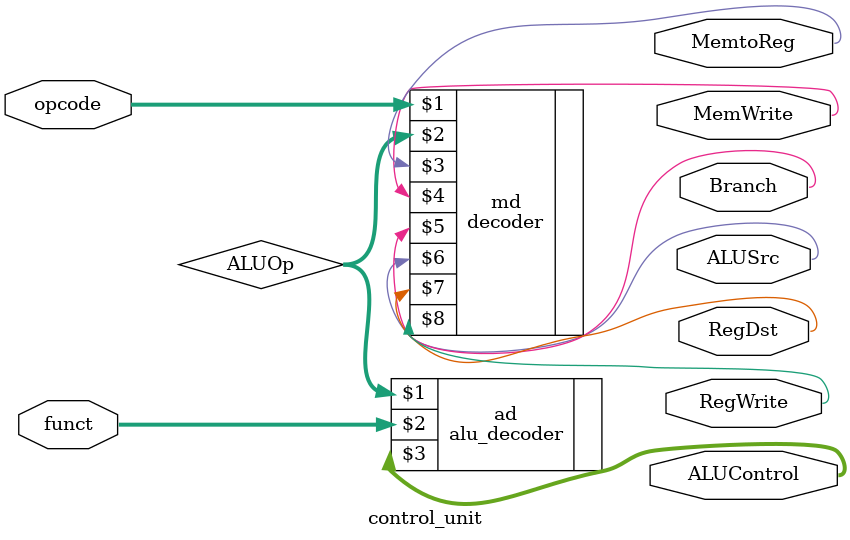
<source format=v>
module control_unit(
	input [5:0] opcode, funct,
	output MemtoReg, MemWrite, Branch, ALUSrc, RegDst, RegWrite,
 	output [2:0] ALUControl
);

	wire [1:0] ALUOp;

	decoder md(opcode, ALUOp, MemtoReg, MemWrite, Branch, ALUSrc, RegDst, RegWrite);
	alu_decoder ad(ALUOp, funct, ALUControl);

endmodule

</source>
